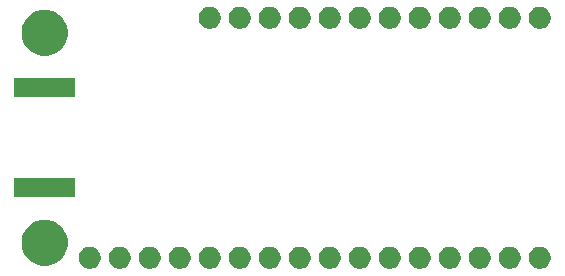
<source format=gbs>
G04 #@! TF.GenerationSoftware,KiCad,Pcbnew,(5.1.2-1)-1*
G04 #@! TF.CreationDate,2019-05-16T11:09:26+08:00*
G04 #@! TF.ProjectId,huzzah-cc112x-shield,68757a7a-6168-42d6-9363-313132782d73,1*
G04 #@! TF.SameCoordinates,Original*
G04 #@! TF.FileFunction,Soldermask,Bot*
G04 #@! TF.FilePolarity,Negative*
%FSLAX46Y46*%
G04 Gerber Fmt 4.6, Leading zero omitted, Abs format (unit mm)*
G04 Created by KiCad (PCBNEW (5.1.2-1)-1) date 2019-05-16 11:09:26*
%MOMM*%
%LPD*%
G04 APERTURE LIST*
%ADD10C,0.100000*%
G04 APERTURE END LIST*
D10*
G36*
X58059187Y-34021123D02*
G01*
X58230255Y-34091982D01*
X58230257Y-34091983D01*
X58307758Y-34143768D01*
X58384214Y-34194854D01*
X58515146Y-34325786D01*
X58618018Y-34479745D01*
X58688877Y-34650813D01*
X58725000Y-34832417D01*
X58725000Y-35017583D01*
X58688877Y-35199187D01*
X58618018Y-35370255D01*
X58618017Y-35370257D01*
X58515145Y-35524215D01*
X58384215Y-35655145D01*
X58230257Y-35758017D01*
X58230256Y-35758018D01*
X58230255Y-35758018D01*
X58059187Y-35828877D01*
X57877583Y-35865000D01*
X57692417Y-35865000D01*
X57510813Y-35828877D01*
X57339745Y-35758018D01*
X57339744Y-35758018D01*
X57339743Y-35758017D01*
X57185785Y-35655145D01*
X57054855Y-35524215D01*
X56951983Y-35370257D01*
X56951982Y-35370255D01*
X56881123Y-35199187D01*
X56845000Y-35017583D01*
X56845000Y-34832417D01*
X56881123Y-34650813D01*
X56951982Y-34479745D01*
X57054854Y-34325786D01*
X57185786Y-34194854D01*
X57262242Y-34143768D01*
X57339743Y-34091983D01*
X57339745Y-34091982D01*
X57510813Y-34021123D01*
X57692417Y-33985000D01*
X57877583Y-33985000D01*
X58059187Y-34021123D01*
X58059187Y-34021123D01*
G37*
G36*
X55519187Y-34021123D02*
G01*
X55690255Y-34091982D01*
X55690257Y-34091983D01*
X55767758Y-34143768D01*
X55844214Y-34194854D01*
X55975146Y-34325786D01*
X56078018Y-34479745D01*
X56148877Y-34650813D01*
X56185000Y-34832417D01*
X56185000Y-35017583D01*
X56148877Y-35199187D01*
X56078018Y-35370255D01*
X56078017Y-35370257D01*
X55975145Y-35524215D01*
X55844215Y-35655145D01*
X55690257Y-35758017D01*
X55690256Y-35758018D01*
X55690255Y-35758018D01*
X55519187Y-35828877D01*
X55337583Y-35865000D01*
X55152417Y-35865000D01*
X54970813Y-35828877D01*
X54799745Y-35758018D01*
X54799744Y-35758018D01*
X54799743Y-35758017D01*
X54645785Y-35655145D01*
X54514855Y-35524215D01*
X54411983Y-35370257D01*
X54411982Y-35370255D01*
X54341123Y-35199187D01*
X54305000Y-35017583D01*
X54305000Y-34832417D01*
X54341123Y-34650813D01*
X54411982Y-34479745D01*
X54514854Y-34325786D01*
X54645786Y-34194854D01*
X54722242Y-34143768D01*
X54799743Y-34091983D01*
X54799745Y-34091982D01*
X54970813Y-34021123D01*
X55152417Y-33985000D01*
X55337583Y-33985000D01*
X55519187Y-34021123D01*
X55519187Y-34021123D01*
G37*
G36*
X52979187Y-34021123D02*
G01*
X53150255Y-34091982D01*
X53150257Y-34091983D01*
X53227758Y-34143768D01*
X53304214Y-34194854D01*
X53435146Y-34325786D01*
X53538018Y-34479745D01*
X53608877Y-34650813D01*
X53645000Y-34832417D01*
X53645000Y-35017583D01*
X53608877Y-35199187D01*
X53538018Y-35370255D01*
X53538017Y-35370257D01*
X53435145Y-35524215D01*
X53304215Y-35655145D01*
X53150257Y-35758017D01*
X53150256Y-35758018D01*
X53150255Y-35758018D01*
X52979187Y-35828877D01*
X52797583Y-35865000D01*
X52612417Y-35865000D01*
X52430813Y-35828877D01*
X52259745Y-35758018D01*
X52259744Y-35758018D01*
X52259743Y-35758017D01*
X52105785Y-35655145D01*
X51974855Y-35524215D01*
X51871983Y-35370257D01*
X51871982Y-35370255D01*
X51801123Y-35199187D01*
X51765000Y-35017583D01*
X51765000Y-34832417D01*
X51801123Y-34650813D01*
X51871982Y-34479745D01*
X51974854Y-34325786D01*
X52105786Y-34194854D01*
X52182242Y-34143768D01*
X52259743Y-34091983D01*
X52259745Y-34091982D01*
X52430813Y-34021123D01*
X52612417Y-33985000D01*
X52797583Y-33985000D01*
X52979187Y-34021123D01*
X52979187Y-34021123D01*
G37*
G36*
X50439187Y-34021123D02*
G01*
X50610255Y-34091982D01*
X50610257Y-34091983D01*
X50687758Y-34143768D01*
X50764214Y-34194854D01*
X50895146Y-34325786D01*
X50998018Y-34479745D01*
X51068877Y-34650813D01*
X51105000Y-34832417D01*
X51105000Y-35017583D01*
X51068877Y-35199187D01*
X50998018Y-35370255D01*
X50998017Y-35370257D01*
X50895145Y-35524215D01*
X50764215Y-35655145D01*
X50610257Y-35758017D01*
X50610256Y-35758018D01*
X50610255Y-35758018D01*
X50439187Y-35828877D01*
X50257583Y-35865000D01*
X50072417Y-35865000D01*
X49890813Y-35828877D01*
X49719745Y-35758018D01*
X49719744Y-35758018D01*
X49719743Y-35758017D01*
X49565785Y-35655145D01*
X49434855Y-35524215D01*
X49331983Y-35370257D01*
X49331982Y-35370255D01*
X49261123Y-35199187D01*
X49225000Y-35017583D01*
X49225000Y-34832417D01*
X49261123Y-34650813D01*
X49331982Y-34479745D01*
X49434854Y-34325786D01*
X49565786Y-34194854D01*
X49642242Y-34143768D01*
X49719743Y-34091983D01*
X49719745Y-34091982D01*
X49890813Y-34021123D01*
X50072417Y-33985000D01*
X50257583Y-33985000D01*
X50439187Y-34021123D01*
X50439187Y-34021123D01*
G37*
G36*
X47899187Y-34021123D02*
G01*
X48070255Y-34091982D01*
X48070257Y-34091983D01*
X48147758Y-34143768D01*
X48224214Y-34194854D01*
X48355146Y-34325786D01*
X48458018Y-34479745D01*
X48528877Y-34650813D01*
X48565000Y-34832417D01*
X48565000Y-35017583D01*
X48528877Y-35199187D01*
X48458018Y-35370255D01*
X48458017Y-35370257D01*
X48355145Y-35524215D01*
X48224215Y-35655145D01*
X48070257Y-35758017D01*
X48070256Y-35758018D01*
X48070255Y-35758018D01*
X47899187Y-35828877D01*
X47717583Y-35865000D01*
X47532417Y-35865000D01*
X47350813Y-35828877D01*
X47179745Y-35758018D01*
X47179744Y-35758018D01*
X47179743Y-35758017D01*
X47025785Y-35655145D01*
X46894855Y-35524215D01*
X46791983Y-35370257D01*
X46791982Y-35370255D01*
X46721123Y-35199187D01*
X46685000Y-35017583D01*
X46685000Y-34832417D01*
X46721123Y-34650813D01*
X46791982Y-34479745D01*
X46894854Y-34325786D01*
X47025786Y-34194854D01*
X47102242Y-34143768D01*
X47179743Y-34091983D01*
X47179745Y-34091982D01*
X47350813Y-34021123D01*
X47532417Y-33985000D01*
X47717583Y-33985000D01*
X47899187Y-34021123D01*
X47899187Y-34021123D01*
G37*
G36*
X45359187Y-34021123D02*
G01*
X45530255Y-34091982D01*
X45530257Y-34091983D01*
X45607758Y-34143768D01*
X45684214Y-34194854D01*
X45815146Y-34325786D01*
X45918018Y-34479745D01*
X45988877Y-34650813D01*
X46025000Y-34832417D01*
X46025000Y-35017583D01*
X45988877Y-35199187D01*
X45918018Y-35370255D01*
X45918017Y-35370257D01*
X45815145Y-35524215D01*
X45684215Y-35655145D01*
X45530257Y-35758017D01*
X45530256Y-35758018D01*
X45530255Y-35758018D01*
X45359187Y-35828877D01*
X45177583Y-35865000D01*
X44992417Y-35865000D01*
X44810813Y-35828877D01*
X44639745Y-35758018D01*
X44639744Y-35758018D01*
X44639743Y-35758017D01*
X44485785Y-35655145D01*
X44354855Y-35524215D01*
X44251983Y-35370257D01*
X44251982Y-35370255D01*
X44181123Y-35199187D01*
X44145000Y-35017583D01*
X44145000Y-34832417D01*
X44181123Y-34650813D01*
X44251982Y-34479745D01*
X44354854Y-34325786D01*
X44485786Y-34194854D01*
X44562242Y-34143768D01*
X44639743Y-34091983D01*
X44639745Y-34091982D01*
X44810813Y-34021123D01*
X44992417Y-33985000D01*
X45177583Y-33985000D01*
X45359187Y-34021123D01*
X45359187Y-34021123D01*
G37*
G36*
X42819187Y-34021123D02*
G01*
X42990255Y-34091982D01*
X42990257Y-34091983D01*
X43067758Y-34143768D01*
X43144214Y-34194854D01*
X43275146Y-34325786D01*
X43378018Y-34479745D01*
X43448877Y-34650813D01*
X43485000Y-34832417D01*
X43485000Y-35017583D01*
X43448877Y-35199187D01*
X43378018Y-35370255D01*
X43378017Y-35370257D01*
X43275145Y-35524215D01*
X43144215Y-35655145D01*
X42990257Y-35758017D01*
X42990256Y-35758018D01*
X42990255Y-35758018D01*
X42819187Y-35828877D01*
X42637583Y-35865000D01*
X42452417Y-35865000D01*
X42270813Y-35828877D01*
X42099745Y-35758018D01*
X42099744Y-35758018D01*
X42099743Y-35758017D01*
X41945785Y-35655145D01*
X41814855Y-35524215D01*
X41711983Y-35370257D01*
X41711982Y-35370255D01*
X41641123Y-35199187D01*
X41605000Y-35017583D01*
X41605000Y-34832417D01*
X41641123Y-34650813D01*
X41711982Y-34479745D01*
X41814854Y-34325786D01*
X41945786Y-34194854D01*
X42022242Y-34143768D01*
X42099743Y-34091983D01*
X42099745Y-34091982D01*
X42270813Y-34021123D01*
X42452417Y-33985000D01*
X42637583Y-33985000D01*
X42819187Y-34021123D01*
X42819187Y-34021123D01*
G37*
G36*
X40279187Y-34021123D02*
G01*
X40450255Y-34091982D01*
X40450257Y-34091983D01*
X40527758Y-34143768D01*
X40604214Y-34194854D01*
X40735146Y-34325786D01*
X40838018Y-34479745D01*
X40908877Y-34650813D01*
X40945000Y-34832417D01*
X40945000Y-35017583D01*
X40908877Y-35199187D01*
X40838018Y-35370255D01*
X40838017Y-35370257D01*
X40735145Y-35524215D01*
X40604215Y-35655145D01*
X40450257Y-35758017D01*
X40450256Y-35758018D01*
X40450255Y-35758018D01*
X40279187Y-35828877D01*
X40097583Y-35865000D01*
X39912417Y-35865000D01*
X39730813Y-35828877D01*
X39559745Y-35758018D01*
X39559744Y-35758018D01*
X39559743Y-35758017D01*
X39405785Y-35655145D01*
X39274855Y-35524215D01*
X39171983Y-35370257D01*
X39171982Y-35370255D01*
X39101123Y-35199187D01*
X39065000Y-35017583D01*
X39065000Y-34832417D01*
X39101123Y-34650813D01*
X39171982Y-34479745D01*
X39274854Y-34325786D01*
X39405786Y-34194854D01*
X39482242Y-34143768D01*
X39559743Y-34091983D01*
X39559745Y-34091982D01*
X39730813Y-34021123D01*
X39912417Y-33985000D01*
X40097583Y-33985000D01*
X40279187Y-34021123D01*
X40279187Y-34021123D01*
G37*
G36*
X37739187Y-34021123D02*
G01*
X37910255Y-34091982D01*
X37910257Y-34091983D01*
X37987758Y-34143768D01*
X38064214Y-34194854D01*
X38195146Y-34325786D01*
X38298018Y-34479745D01*
X38368877Y-34650813D01*
X38405000Y-34832417D01*
X38405000Y-35017583D01*
X38368877Y-35199187D01*
X38298018Y-35370255D01*
X38298017Y-35370257D01*
X38195145Y-35524215D01*
X38064215Y-35655145D01*
X37910257Y-35758017D01*
X37910256Y-35758018D01*
X37910255Y-35758018D01*
X37739187Y-35828877D01*
X37557583Y-35865000D01*
X37372417Y-35865000D01*
X37190813Y-35828877D01*
X37019745Y-35758018D01*
X37019744Y-35758018D01*
X37019743Y-35758017D01*
X36865785Y-35655145D01*
X36734855Y-35524215D01*
X36631983Y-35370257D01*
X36631982Y-35370255D01*
X36561123Y-35199187D01*
X36525000Y-35017583D01*
X36525000Y-34832417D01*
X36561123Y-34650813D01*
X36631982Y-34479745D01*
X36734854Y-34325786D01*
X36865786Y-34194854D01*
X36942242Y-34143768D01*
X37019743Y-34091983D01*
X37019745Y-34091982D01*
X37190813Y-34021123D01*
X37372417Y-33985000D01*
X37557583Y-33985000D01*
X37739187Y-34021123D01*
X37739187Y-34021123D01*
G37*
G36*
X35199187Y-34021123D02*
G01*
X35370255Y-34091982D01*
X35370257Y-34091983D01*
X35447758Y-34143768D01*
X35524214Y-34194854D01*
X35655146Y-34325786D01*
X35758018Y-34479745D01*
X35828877Y-34650813D01*
X35865000Y-34832417D01*
X35865000Y-35017583D01*
X35828877Y-35199187D01*
X35758018Y-35370255D01*
X35758017Y-35370257D01*
X35655145Y-35524215D01*
X35524215Y-35655145D01*
X35370257Y-35758017D01*
X35370256Y-35758018D01*
X35370255Y-35758018D01*
X35199187Y-35828877D01*
X35017583Y-35865000D01*
X34832417Y-35865000D01*
X34650813Y-35828877D01*
X34479745Y-35758018D01*
X34479744Y-35758018D01*
X34479743Y-35758017D01*
X34325785Y-35655145D01*
X34194855Y-35524215D01*
X34091983Y-35370257D01*
X34091982Y-35370255D01*
X34021123Y-35199187D01*
X33985000Y-35017583D01*
X33985000Y-34832417D01*
X34021123Y-34650813D01*
X34091982Y-34479745D01*
X34194854Y-34325786D01*
X34325786Y-34194854D01*
X34402242Y-34143768D01*
X34479743Y-34091983D01*
X34479745Y-34091982D01*
X34650813Y-34021123D01*
X34832417Y-33985000D01*
X35017583Y-33985000D01*
X35199187Y-34021123D01*
X35199187Y-34021123D01*
G37*
G36*
X32659187Y-34021123D02*
G01*
X32830255Y-34091982D01*
X32830257Y-34091983D01*
X32907758Y-34143768D01*
X32984214Y-34194854D01*
X33115146Y-34325786D01*
X33218018Y-34479745D01*
X33288877Y-34650813D01*
X33325000Y-34832417D01*
X33325000Y-35017583D01*
X33288877Y-35199187D01*
X33218018Y-35370255D01*
X33218017Y-35370257D01*
X33115145Y-35524215D01*
X32984215Y-35655145D01*
X32830257Y-35758017D01*
X32830256Y-35758018D01*
X32830255Y-35758018D01*
X32659187Y-35828877D01*
X32477583Y-35865000D01*
X32292417Y-35865000D01*
X32110813Y-35828877D01*
X31939745Y-35758018D01*
X31939744Y-35758018D01*
X31939743Y-35758017D01*
X31785785Y-35655145D01*
X31654855Y-35524215D01*
X31551983Y-35370257D01*
X31551982Y-35370255D01*
X31481123Y-35199187D01*
X31445000Y-35017583D01*
X31445000Y-34832417D01*
X31481123Y-34650813D01*
X31551982Y-34479745D01*
X31654854Y-34325786D01*
X31785786Y-34194854D01*
X31862242Y-34143768D01*
X31939743Y-34091983D01*
X31939745Y-34091982D01*
X32110813Y-34021123D01*
X32292417Y-33985000D01*
X32477583Y-33985000D01*
X32659187Y-34021123D01*
X32659187Y-34021123D01*
G37*
G36*
X30119187Y-34021123D02*
G01*
X30290255Y-34091982D01*
X30290257Y-34091983D01*
X30367758Y-34143768D01*
X30444214Y-34194854D01*
X30575146Y-34325786D01*
X30678018Y-34479745D01*
X30748877Y-34650813D01*
X30785000Y-34832417D01*
X30785000Y-35017583D01*
X30748877Y-35199187D01*
X30678018Y-35370255D01*
X30678017Y-35370257D01*
X30575145Y-35524215D01*
X30444215Y-35655145D01*
X30290257Y-35758017D01*
X30290256Y-35758018D01*
X30290255Y-35758018D01*
X30119187Y-35828877D01*
X29937583Y-35865000D01*
X29752417Y-35865000D01*
X29570813Y-35828877D01*
X29399745Y-35758018D01*
X29399744Y-35758018D01*
X29399743Y-35758017D01*
X29245785Y-35655145D01*
X29114855Y-35524215D01*
X29011983Y-35370257D01*
X29011982Y-35370255D01*
X28941123Y-35199187D01*
X28905000Y-35017583D01*
X28905000Y-34832417D01*
X28941123Y-34650813D01*
X29011982Y-34479745D01*
X29114854Y-34325786D01*
X29245786Y-34194854D01*
X29322242Y-34143768D01*
X29399743Y-34091983D01*
X29399745Y-34091982D01*
X29570813Y-34021123D01*
X29752417Y-33985000D01*
X29937583Y-33985000D01*
X30119187Y-34021123D01*
X30119187Y-34021123D01*
G37*
G36*
X27579187Y-34021123D02*
G01*
X27750255Y-34091982D01*
X27750257Y-34091983D01*
X27827758Y-34143768D01*
X27904214Y-34194854D01*
X28035146Y-34325786D01*
X28138018Y-34479745D01*
X28208877Y-34650813D01*
X28245000Y-34832417D01*
X28245000Y-35017583D01*
X28208877Y-35199187D01*
X28138018Y-35370255D01*
X28138017Y-35370257D01*
X28035145Y-35524215D01*
X27904215Y-35655145D01*
X27750257Y-35758017D01*
X27750256Y-35758018D01*
X27750255Y-35758018D01*
X27579187Y-35828877D01*
X27397583Y-35865000D01*
X27212417Y-35865000D01*
X27030813Y-35828877D01*
X26859745Y-35758018D01*
X26859744Y-35758018D01*
X26859743Y-35758017D01*
X26705785Y-35655145D01*
X26574855Y-35524215D01*
X26471983Y-35370257D01*
X26471982Y-35370255D01*
X26401123Y-35199187D01*
X26365000Y-35017583D01*
X26365000Y-34832417D01*
X26401123Y-34650813D01*
X26471982Y-34479745D01*
X26574854Y-34325786D01*
X26705786Y-34194854D01*
X26782242Y-34143768D01*
X26859743Y-34091983D01*
X26859745Y-34091982D01*
X27030813Y-34021123D01*
X27212417Y-33985000D01*
X27397583Y-33985000D01*
X27579187Y-34021123D01*
X27579187Y-34021123D01*
G37*
G36*
X25039187Y-34021123D02*
G01*
X25210255Y-34091982D01*
X25210257Y-34091983D01*
X25287758Y-34143768D01*
X25364214Y-34194854D01*
X25495146Y-34325786D01*
X25598018Y-34479745D01*
X25668877Y-34650813D01*
X25705000Y-34832417D01*
X25705000Y-35017583D01*
X25668877Y-35199187D01*
X25598018Y-35370255D01*
X25598017Y-35370257D01*
X25495145Y-35524215D01*
X25364215Y-35655145D01*
X25210257Y-35758017D01*
X25210256Y-35758018D01*
X25210255Y-35758018D01*
X25039187Y-35828877D01*
X24857583Y-35865000D01*
X24672417Y-35865000D01*
X24490813Y-35828877D01*
X24319745Y-35758018D01*
X24319744Y-35758018D01*
X24319743Y-35758017D01*
X24165785Y-35655145D01*
X24034855Y-35524215D01*
X23931983Y-35370257D01*
X23931982Y-35370255D01*
X23861123Y-35199187D01*
X23825000Y-35017583D01*
X23825000Y-34832417D01*
X23861123Y-34650813D01*
X23931982Y-34479745D01*
X24034854Y-34325786D01*
X24165786Y-34194854D01*
X24242242Y-34143768D01*
X24319743Y-34091983D01*
X24319745Y-34091982D01*
X24490813Y-34021123D01*
X24672417Y-33985000D01*
X24857583Y-33985000D01*
X25039187Y-34021123D01*
X25039187Y-34021123D01*
G37*
G36*
X22499187Y-34021123D02*
G01*
X22670255Y-34091982D01*
X22670257Y-34091983D01*
X22747758Y-34143768D01*
X22824214Y-34194854D01*
X22955146Y-34325786D01*
X23058018Y-34479745D01*
X23128877Y-34650813D01*
X23165000Y-34832417D01*
X23165000Y-35017583D01*
X23128877Y-35199187D01*
X23058018Y-35370255D01*
X23058017Y-35370257D01*
X22955145Y-35524215D01*
X22824215Y-35655145D01*
X22670257Y-35758017D01*
X22670256Y-35758018D01*
X22670255Y-35758018D01*
X22499187Y-35828877D01*
X22317583Y-35865000D01*
X22132417Y-35865000D01*
X21950813Y-35828877D01*
X21779745Y-35758018D01*
X21779744Y-35758018D01*
X21779743Y-35758017D01*
X21625785Y-35655145D01*
X21494855Y-35524215D01*
X21391983Y-35370257D01*
X21391982Y-35370255D01*
X21321123Y-35199187D01*
X21285000Y-35017583D01*
X21285000Y-34832417D01*
X21321123Y-34650813D01*
X21391982Y-34479745D01*
X21494854Y-34325786D01*
X21625786Y-34194854D01*
X21702242Y-34143768D01*
X21779743Y-34091983D01*
X21779745Y-34091982D01*
X21950813Y-34021123D01*
X22132417Y-33985000D01*
X22317583Y-33985000D01*
X22499187Y-34021123D01*
X22499187Y-34021123D01*
G37*
G36*
X19959187Y-34021123D02*
G01*
X20130255Y-34091982D01*
X20130257Y-34091983D01*
X20207758Y-34143768D01*
X20284214Y-34194854D01*
X20415146Y-34325786D01*
X20518018Y-34479745D01*
X20588877Y-34650813D01*
X20625000Y-34832417D01*
X20625000Y-35017583D01*
X20588877Y-35199187D01*
X20518018Y-35370255D01*
X20518017Y-35370257D01*
X20415145Y-35524215D01*
X20284215Y-35655145D01*
X20130257Y-35758017D01*
X20130256Y-35758018D01*
X20130255Y-35758018D01*
X19959187Y-35828877D01*
X19777583Y-35865000D01*
X19592417Y-35865000D01*
X19410813Y-35828877D01*
X19239745Y-35758018D01*
X19239744Y-35758018D01*
X19239743Y-35758017D01*
X19085785Y-35655145D01*
X18954855Y-35524215D01*
X18851983Y-35370257D01*
X18851982Y-35370255D01*
X18781123Y-35199187D01*
X18745000Y-35017583D01*
X18745000Y-34832417D01*
X18781123Y-34650813D01*
X18851982Y-34479745D01*
X18954854Y-34325786D01*
X19085786Y-34194854D01*
X19162242Y-34143768D01*
X19239743Y-34091983D01*
X19239745Y-34091982D01*
X19410813Y-34021123D01*
X19592417Y-33985000D01*
X19777583Y-33985000D01*
X19959187Y-34021123D01*
X19959187Y-34021123D01*
G37*
G36*
X16319579Y-31749112D02*
G01*
X16445544Y-31774168D01*
X16592991Y-31835243D01*
X16801512Y-31921615D01*
X16801513Y-31921616D01*
X17121877Y-32135676D01*
X17394324Y-32408123D01*
X17537355Y-32622184D01*
X17608385Y-32728488D01*
X17694757Y-32937009D01*
X17755832Y-33084456D01*
X17831000Y-33462351D01*
X17831000Y-33847649D01*
X17755832Y-34225544D01*
X17714310Y-34325786D01*
X17608385Y-34581512D01*
X17608384Y-34581513D01*
X17394324Y-34901877D01*
X17121877Y-35174324D01*
X17084665Y-35199188D01*
X16801512Y-35388385D01*
X16592991Y-35474757D01*
X16445544Y-35535832D01*
X16319579Y-35560888D01*
X16067651Y-35611000D01*
X15682349Y-35611000D01*
X15430421Y-35560888D01*
X15304456Y-35535832D01*
X15157009Y-35474757D01*
X14948488Y-35388385D01*
X14665335Y-35199188D01*
X14628123Y-35174324D01*
X14355676Y-34901877D01*
X14141616Y-34581513D01*
X14141615Y-34581512D01*
X14035690Y-34325786D01*
X13994168Y-34225544D01*
X13919000Y-33847649D01*
X13919000Y-33462351D01*
X13994168Y-33084456D01*
X14055243Y-32937009D01*
X14141615Y-32728488D01*
X14212645Y-32622184D01*
X14355676Y-32408123D01*
X14628123Y-32135676D01*
X14948487Y-31921616D01*
X14948488Y-31921615D01*
X15157009Y-31835243D01*
X15304456Y-31774168D01*
X15430421Y-31749112D01*
X15682349Y-31699000D01*
X16067651Y-31699000D01*
X16319579Y-31749112D01*
X16319579Y-31749112D01*
G37*
G36*
X18466000Y-29816000D02*
G01*
X13284000Y-29816000D01*
X13284000Y-28214000D01*
X18466000Y-28214000D01*
X18466000Y-29816000D01*
X18466000Y-29816000D01*
G37*
G36*
X18466000Y-21316000D02*
G01*
X13284000Y-21316000D01*
X13284000Y-19714000D01*
X18466000Y-19714000D01*
X18466000Y-21316000D01*
X18466000Y-21316000D01*
G37*
G36*
X16319579Y-13969112D02*
G01*
X16445544Y-13994168D01*
X16592991Y-14055243D01*
X16801512Y-14141615D01*
X16801513Y-14141616D01*
X17121877Y-14355676D01*
X17394324Y-14628123D01*
X17537355Y-14842184D01*
X17608385Y-14948488D01*
X17650538Y-15050255D01*
X17755832Y-15304456D01*
X17780888Y-15430421D01*
X17831000Y-15682349D01*
X17831000Y-16067651D01*
X17755832Y-16445543D01*
X17608385Y-16801512D01*
X17608384Y-16801513D01*
X17394324Y-17121877D01*
X17121877Y-17394324D01*
X16907816Y-17537355D01*
X16801512Y-17608385D01*
X16592991Y-17694757D01*
X16445544Y-17755832D01*
X16319579Y-17780888D01*
X16067651Y-17831000D01*
X15682349Y-17831000D01*
X15430421Y-17780888D01*
X15304456Y-17755832D01*
X15157009Y-17694757D01*
X14948488Y-17608385D01*
X14842184Y-17537355D01*
X14628123Y-17394324D01*
X14355676Y-17121877D01*
X14141616Y-16801513D01*
X14141615Y-16801512D01*
X13994168Y-16445543D01*
X13919000Y-16067651D01*
X13919000Y-15682349D01*
X13969112Y-15430421D01*
X13994168Y-15304456D01*
X14099462Y-15050255D01*
X14141615Y-14948488D01*
X14212645Y-14842184D01*
X14355676Y-14628123D01*
X14628123Y-14355676D01*
X14948487Y-14141616D01*
X14948488Y-14141615D01*
X15157009Y-14055243D01*
X15304456Y-13994168D01*
X15430421Y-13969112D01*
X15682349Y-13919000D01*
X16067651Y-13919000D01*
X16319579Y-13969112D01*
X16319579Y-13969112D01*
G37*
G36*
X40279187Y-13701123D02*
G01*
X40450255Y-13771982D01*
X40450257Y-13771983D01*
X40527758Y-13823768D01*
X40604214Y-13874854D01*
X40735146Y-14005786D01*
X40838018Y-14159745D01*
X40908877Y-14330813D01*
X40945000Y-14512417D01*
X40945000Y-14697583D01*
X40908877Y-14879187D01*
X40880171Y-14948488D01*
X40838017Y-15050257D01*
X40735145Y-15204215D01*
X40604215Y-15335145D01*
X40450257Y-15438017D01*
X40450256Y-15438018D01*
X40450255Y-15438018D01*
X40279187Y-15508877D01*
X40097583Y-15545000D01*
X39912417Y-15545000D01*
X39730813Y-15508877D01*
X39559745Y-15438018D01*
X39559744Y-15438018D01*
X39559743Y-15438017D01*
X39405785Y-15335145D01*
X39274855Y-15204215D01*
X39171983Y-15050257D01*
X39129829Y-14948488D01*
X39101123Y-14879187D01*
X39065000Y-14697583D01*
X39065000Y-14512417D01*
X39101123Y-14330813D01*
X39171982Y-14159745D01*
X39274854Y-14005786D01*
X39405786Y-13874854D01*
X39482242Y-13823768D01*
X39559743Y-13771983D01*
X39559745Y-13771982D01*
X39730813Y-13701123D01*
X39912417Y-13665000D01*
X40097583Y-13665000D01*
X40279187Y-13701123D01*
X40279187Y-13701123D01*
G37*
G36*
X42819187Y-13701123D02*
G01*
X42990255Y-13771982D01*
X42990257Y-13771983D01*
X43067758Y-13823768D01*
X43144214Y-13874854D01*
X43275146Y-14005786D01*
X43378018Y-14159745D01*
X43448877Y-14330813D01*
X43485000Y-14512417D01*
X43485000Y-14697583D01*
X43448877Y-14879187D01*
X43420171Y-14948488D01*
X43378017Y-15050257D01*
X43275145Y-15204215D01*
X43144215Y-15335145D01*
X42990257Y-15438017D01*
X42990256Y-15438018D01*
X42990255Y-15438018D01*
X42819187Y-15508877D01*
X42637583Y-15545000D01*
X42452417Y-15545000D01*
X42270813Y-15508877D01*
X42099745Y-15438018D01*
X42099744Y-15438018D01*
X42099743Y-15438017D01*
X41945785Y-15335145D01*
X41814855Y-15204215D01*
X41711983Y-15050257D01*
X41669829Y-14948488D01*
X41641123Y-14879187D01*
X41605000Y-14697583D01*
X41605000Y-14512417D01*
X41641123Y-14330813D01*
X41711982Y-14159745D01*
X41814854Y-14005786D01*
X41945786Y-13874854D01*
X42022242Y-13823768D01*
X42099743Y-13771983D01*
X42099745Y-13771982D01*
X42270813Y-13701123D01*
X42452417Y-13665000D01*
X42637583Y-13665000D01*
X42819187Y-13701123D01*
X42819187Y-13701123D01*
G37*
G36*
X45359187Y-13701123D02*
G01*
X45530255Y-13771982D01*
X45530257Y-13771983D01*
X45607758Y-13823768D01*
X45684214Y-13874854D01*
X45815146Y-14005786D01*
X45918018Y-14159745D01*
X45988877Y-14330813D01*
X46025000Y-14512417D01*
X46025000Y-14697583D01*
X45988877Y-14879187D01*
X45960171Y-14948488D01*
X45918017Y-15050257D01*
X45815145Y-15204215D01*
X45684215Y-15335145D01*
X45530257Y-15438017D01*
X45530256Y-15438018D01*
X45530255Y-15438018D01*
X45359187Y-15508877D01*
X45177583Y-15545000D01*
X44992417Y-15545000D01*
X44810813Y-15508877D01*
X44639745Y-15438018D01*
X44639744Y-15438018D01*
X44639743Y-15438017D01*
X44485785Y-15335145D01*
X44354855Y-15204215D01*
X44251983Y-15050257D01*
X44209829Y-14948488D01*
X44181123Y-14879187D01*
X44145000Y-14697583D01*
X44145000Y-14512417D01*
X44181123Y-14330813D01*
X44251982Y-14159745D01*
X44354854Y-14005786D01*
X44485786Y-13874854D01*
X44562242Y-13823768D01*
X44639743Y-13771983D01*
X44639745Y-13771982D01*
X44810813Y-13701123D01*
X44992417Y-13665000D01*
X45177583Y-13665000D01*
X45359187Y-13701123D01*
X45359187Y-13701123D01*
G37*
G36*
X47899187Y-13701123D02*
G01*
X48070255Y-13771982D01*
X48070257Y-13771983D01*
X48147758Y-13823768D01*
X48224214Y-13874854D01*
X48355146Y-14005786D01*
X48458018Y-14159745D01*
X48528877Y-14330813D01*
X48565000Y-14512417D01*
X48565000Y-14697583D01*
X48528877Y-14879187D01*
X48500171Y-14948488D01*
X48458017Y-15050257D01*
X48355145Y-15204215D01*
X48224215Y-15335145D01*
X48070257Y-15438017D01*
X48070256Y-15438018D01*
X48070255Y-15438018D01*
X47899187Y-15508877D01*
X47717583Y-15545000D01*
X47532417Y-15545000D01*
X47350813Y-15508877D01*
X47179745Y-15438018D01*
X47179744Y-15438018D01*
X47179743Y-15438017D01*
X47025785Y-15335145D01*
X46894855Y-15204215D01*
X46791983Y-15050257D01*
X46749829Y-14948488D01*
X46721123Y-14879187D01*
X46685000Y-14697583D01*
X46685000Y-14512417D01*
X46721123Y-14330813D01*
X46791982Y-14159745D01*
X46894854Y-14005786D01*
X47025786Y-13874854D01*
X47102242Y-13823768D01*
X47179743Y-13771983D01*
X47179745Y-13771982D01*
X47350813Y-13701123D01*
X47532417Y-13665000D01*
X47717583Y-13665000D01*
X47899187Y-13701123D01*
X47899187Y-13701123D01*
G37*
G36*
X50439187Y-13701123D02*
G01*
X50610255Y-13771982D01*
X50610257Y-13771983D01*
X50687758Y-13823768D01*
X50764214Y-13874854D01*
X50895146Y-14005786D01*
X50998018Y-14159745D01*
X51068877Y-14330813D01*
X51105000Y-14512417D01*
X51105000Y-14697583D01*
X51068877Y-14879187D01*
X51040171Y-14948488D01*
X50998017Y-15050257D01*
X50895145Y-15204215D01*
X50764215Y-15335145D01*
X50610257Y-15438017D01*
X50610256Y-15438018D01*
X50610255Y-15438018D01*
X50439187Y-15508877D01*
X50257583Y-15545000D01*
X50072417Y-15545000D01*
X49890813Y-15508877D01*
X49719745Y-15438018D01*
X49719744Y-15438018D01*
X49719743Y-15438017D01*
X49565785Y-15335145D01*
X49434855Y-15204215D01*
X49331983Y-15050257D01*
X49289829Y-14948488D01*
X49261123Y-14879187D01*
X49225000Y-14697583D01*
X49225000Y-14512417D01*
X49261123Y-14330813D01*
X49331982Y-14159745D01*
X49434854Y-14005786D01*
X49565786Y-13874854D01*
X49642242Y-13823768D01*
X49719743Y-13771983D01*
X49719745Y-13771982D01*
X49890813Y-13701123D01*
X50072417Y-13665000D01*
X50257583Y-13665000D01*
X50439187Y-13701123D01*
X50439187Y-13701123D01*
G37*
G36*
X52979187Y-13701123D02*
G01*
X53150255Y-13771982D01*
X53150257Y-13771983D01*
X53227758Y-13823768D01*
X53304214Y-13874854D01*
X53435146Y-14005786D01*
X53538018Y-14159745D01*
X53608877Y-14330813D01*
X53645000Y-14512417D01*
X53645000Y-14697583D01*
X53608877Y-14879187D01*
X53580171Y-14948488D01*
X53538017Y-15050257D01*
X53435145Y-15204215D01*
X53304215Y-15335145D01*
X53150257Y-15438017D01*
X53150256Y-15438018D01*
X53150255Y-15438018D01*
X52979187Y-15508877D01*
X52797583Y-15545000D01*
X52612417Y-15545000D01*
X52430813Y-15508877D01*
X52259745Y-15438018D01*
X52259744Y-15438018D01*
X52259743Y-15438017D01*
X52105785Y-15335145D01*
X51974855Y-15204215D01*
X51871983Y-15050257D01*
X51829829Y-14948488D01*
X51801123Y-14879187D01*
X51765000Y-14697583D01*
X51765000Y-14512417D01*
X51801123Y-14330813D01*
X51871982Y-14159745D01*
X51974854Y-14005786D01*
X52105786Y-13874854D01*
X52182242Y-13823768D01*
X52259743Y-13771983D01*
X52259745Y-13771982D01*
X52430813Y-13701123D01*
X52612417Y-13665000D01*
X52797583Y-13665000D01*
X52979187Y-13701123D01*
X52979187Y-13701123D01*
G37*
G36*
X55519187Y-13701123D02*
G01*
X55690255Y-13771982D01*
X55690257Y-13771983D01*
X55767758Y-13823768D01*
X55844214Y-13874854D01*
X55975146Y-14005786D01*
X56078018Y-14159745D01*
X56148877Y-14330813D01*
X56185000Y-14512417D01*
X56185000Y-14697583D01*
X56148877Y-14879187D01*
X56120171Y-14948488D01*
X56078017Y-15050257D01*
X55975145Y-15204215D01*
X55844215Y-15335145D01*
X55690257Y-15438017D01*
X55690256Y-15438018D01*
X55690255Y-15438018D01*
X55519187Y-15508877D01*
X55337583Y-15545000D01*
X55152417Y-15545000D01*
X54970813Y-15508877D01*
X54799745Y-15438018D01*
X54799744Y-15438018D01*
X54799743Y-15438017D01*
X54645785Y-15335145D01*
X54514855Y-15204215D01*
X54411983Y-15050257D01*
X54369829Y-14948488D01*
X54341123Y-14879187D01*
X54305000Y-14697583D01*
X54305000Y-14512417D01*
X54341123Y-14330813D01*
X54411982Y-14159745D01*
X54514854Y-14005786D01*
X54645786Y-13874854D01*
X54722242Y-13823768D01*
X54799743Y-13771983D01*
X54799745Y-13771982D01*
X54970813Y-13701123D01*
X55152417Y-13665000D01*
X55337583Y-13665000D01*
X55519187Y-13701123D01*
X55519187Y-13701123D01*
G37*
G36*
X58059187Y-13701123D02*
G01*
X58230255Y-13771982D01*
X58230257Y-13771983D01*
X58307758Y-13823768D01*
X58384214Y-13874854D01*
X58515146Y-14005786D01*
X58618018Y-14159745D01*
X58688877Y-14330813D01*
X58725000Y-14512417D01*
X58725000Y-14697583D01*
X58688877Y-14879187D01*
X58660171Y-14948488D01*
X58618017Y-15050257D01*
X58515145Y-15204215D01*
X58384215Y-15335145D01*
X58230257Y-15438017D01*
X58230256Y-15438018D01*
X58230255Y-15438018D01*
X58059187Y-15508877D01*
X57877583Y-15545000D01*
X57692417Y-15545000D01*
X57510813Y-15508877D01*
X57339745Y-15438018D01*
X57339744Y-15438018D01*
X57339743Y-15438017D01*
X57185785Y-15335145D01*
X57054855Y-15204215D01*
X56951983Y-15050257D01*
X56909829Y-14948488D01*
X56881123Y-14879187D01*
X56845000Y-14697583D01*
X56845000Y-14512417D01*
X56881123Y-14330813D01*
X56951982Y-14159745D01*
X57054854Y-14005786D01*
X57185786Y-13874854D01*
X57262242Y-13823768D01*
X57339743Y-13771983D01*
X57339745Y-13771982D01*
X57510813Y-13701123D01*
X57692417Y-13665000D01*
X57877583Y-13665000D01*
X58059187Y-13701123D01*
X58059187Y-13701123D01*
G37*
G36*
X30119187Y-13701123D02*
G01*
X30290255Y-13771982D01*
X30290257Y-13771983D01*
X30367758Y-13823768D01*
X30444214Y-13874854D01*
X30575146Y-14005786D01*
X30678018Y-14159745D01*
X30748877Y-14330813D01*
X30785000Y-14512417D01*
X30785000Y-14697583D01*
X30748877Y-14879187D01*
X30720171Y-14948488D01*
X30678017Y-15050257D01*
X30575145Y-15204215D01*
X30444215Y-15335145D01*
X30290257Y-15438017D01*
X30290256Y-15438018D01*
X30290255Y-15438018D01*
X30119187Y-15508877D01*
X29937583Y-15545000D01*
X29752417Y-15545000D01*
X29570813Y-15508877D01*
X29399745Y-15438018D01*
X29399744Y-15438018D01*
X29399743Y-15438017D01*
X29245785Y-15335145D01*
X29114855Y-15204215D01*
X29011983Y-15050257D01*
X28969829Y-14948488D01*
X28941123Y-14879187D01*
X28905000Y-14697583D01*
X28905000Y-14512417D01*
X28941123Y-14330813D01*
X29011982Y-14159745D01*
X29114854Y-14005786D01*
X29245786Y-13874854D01*
X29322242Y-13823768D01*
X29399743Y-13771983D01*
X29399745Y-13771982D01*
X29570813Y-13701123D01*
X29752417Y-13665000D01*
X29937583Y-13665000D01*
X30119187Y-13701123D01*
X30119187Y-13701123D01*
G37*
G36*
X35199187Y-13701123D02*
G01*
X35370255Y-13771982D01*
X35370257Y-13771983D01*
X35447758Y-13823768D01*
X35524214Y-13874854D01*
X35655146Y-14005786D01*
X35758018Y-14159745D01*
X35828877Y-14330813D01*
X35865000Y-14512417D01*
X35865000Y-14697583D01*
X35828877Y-14879187D01*
X35800171Y-14948488D01*
X35758017Y-15050257D01*
X35655145Y-15204215D01*
X35524215Y-15335145D01*
X35370257Y-15438017D01*
X35370256Y-15438018D01*
X35370255Y-15438018D01*
X35199187Y-15508877D01*
X35017583Y-15545000D01*
X34832417Y-15545000D01*
X34650813Y-15508877D01*
X34479745Y-15438018D01*
X34479744Y-15438018D01*
X34479743Y-15438017D01*
X34325785Y-15335145D01*
X34194855Y-15204215D01*
X34091983Y-15050257D01*
X34049829Y-14948488D01*
X34021123Y-14879187D01*
X33985000Y-14697583D01*
X33985000Y-14512417D01*
X34021123Y-14330813D01*
X34091982Y-14159745D01*
X34194854Y-14005786D01*
X34325786Y-13874854D01*
X34402242Y-13823768D01*
X34479743Y-13771983D01*
X34479745Y-13771982D01*
X34650813Y-13701123D01*
X34832417Y-13665000D01*
X35017583Y-13665000D01*
X35199187Y-13701123D01*
X35199187Y-13701123D01*
G37*
G36*
X37739187Y-13701123D02*
G01*
X37910255Y-13771982D01*
X37910257Y-13771983D01*
X37987758Y-13823768D01*
X38064214Y-13874854D01*
X38195146Y-14005786D01*
X38298018Y-14159745D01*
X38368877Y-14330813D01*
X38405000Y-14512417D01*
X38405000Y-14697583D01*
X38368877Y-14879187D01*
X38340171Y-14948488D01*
X38298017Y-15050257D01*
X38195145Y-15204215D01*
X38064215Y-15335145D01*
X37910257Y-15438017D01*
X37910256Y-15438018D01*
X37910255Y-15438018D01*
X37739187Y-15508877D01*
X37557583Y-15545000D01*
X37372417Y-15545000D01*
X37190813Y-15508877D01*
X37019745Y-15438018D01*
X37019744Y-15438018D01*
X37019743Y-15438017D01*
X36865785Y-15335145D01*
X36734855Y-15204215D01*
X36631983Y-15050257D01*
X36589829Y-14948488D01*
X36561123Y-14879187D01*
X36525000Y-14697583D01*
X36525000Y-14512417D01*
X36561123Y-14330813D01*
X36631982Y-14159745D01*
X36734854Y-14005786D01*
X36865786Y-13874854D01*
X36942242Y-13823768D01*
X37019743Y-13771983D01*
X37019745Y-13771982D01*
X37190813Y-13701123D01*
X37372417Y-13665000D01*
X37557583Y-13665000D01*
X37739187Y-13701123D01*
X37739187Y-13701123D01*
G37*
G36*
X32659187Y-13701123D02*
G01*
X32830255Y-13771982D01*
X32830257Y-13771983D01*
X32907758Y-13823768D01*
X32984214Y-13874854D01*
X33115146Y-14005786D01*
X33218018Y-14159745D01*
X33288877Y-14330813D01*
X33325000Y-14512417D01*
X33325000Y-14697583D01*
X33288877Y-14879187D01*
X33260171Y-14948488D01*
X33218017Y-15050257D01*
X33115145Y-15204215D01*
X32984215Y-15335145D01*
X32830257Y-15438017D01*
X32830256Y-15438018D01*
X32830255Y-15438018D01*
X32659187Y-15508877D01*
X32477583Y-15545000D01*
X32292417Y-15545000D01*
X32110813Y-15508877D01*
X31939745Y-15438018D01*
X31939744Y-15438018D01*
X31939743Y-15438017D01*
X31785785Y-15335145D01*
X31654855Y-15204215D01*
X31551983Y-15050257D01*
X31509829Y-14948488D01*
X31481123Y-14879187D01*
X31445000Y-14697583D01*
X31445000Y-14512417D01*
X31481123Y-14330813D01*
X31551982Y-14159745D01*
X31654854Y-14005786D01*
X31785786Y-13874854D01*
X31862242Y-13823768D01*
X31939743Y-13771983D01*
X31939745Y-13771982D01*
X32110813Y-13701123D01*
X32292417Y-13665000D01*
X32477583Y-13665000D01*
X32659187Y-13701123D01*
X32659187Y-13701123D01*
G37*
M02*

</source>
